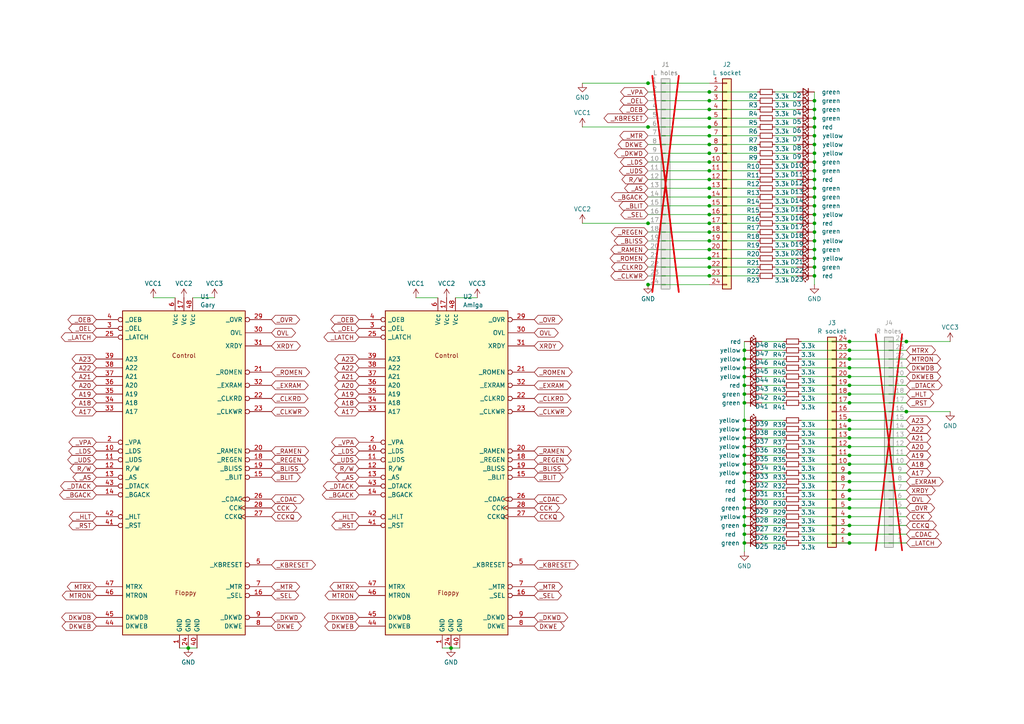
<source format=kicad_sch>
(kicad_sch (version 20231120) (generator "eeschema") (generator_version "8.0")
  (paper "A4")
  (junction (at 246.38 139.7))
  (junction (at 215.9 129.54))
  (junction (at 215.9 147.32))
  (junction (at 205.74 62.23))
  (junction (at 246.38 129.54))
  (junction (at 236.22 72.39))
  (junction (at 246.38 99.06))
  (junction (at 236.22 62.23))
  (junction (at 246.38 106.68))
  (junction (at 215.9 154.94))
  (junction (at 215.9 134.62))
  (junction (at 215.9 142.24))
  (junction (at 205.74 52.07))
  (junction (at 246.38 101.6))
  (junction (at 246.38 124.46))
  (junction (at 236.22 44.45))
  (junction (at 215.9 144.78))
  (junction (at 215.9 139.7))
  (junction (at 205.74 34.29))
  (junction (at 246.38 149.86))
  (junction (at 246.38 137.16))
  (junction (at 236.22 74.93))
  (junction (at 246.38 152.4))
  (junction (at 236.22 67.31))
  (junction (at 246.38 132.08))
  (junction (at 205.74 69.85))
  (junction (at 236.22 69.85))
  (junction (at 187.96 24.13))
  (junction (at 205.74 54.61))
  (junction (at 246.38 127))
  (junction (at 215.9 101.6))
  (junction (at 246.38 114.3))
  (junction (at 205.74 39.37))
  (junction (at 215.9 116.84))
  (junction (at 236.22 41.91))
  (junction (at 215.9 132.08))
  (junction (at 205.74 64.77))
  (junction (at 236.22 29.21))
  (junction (at 205.74 41.91))
  (junction (at 205.74 44.45))
  (junction (at 246.38 154.94))
  (junction (at 205.74 74.93))
  (junction (at 205.74 80.01))
  (junction (at 236.22 64.77))
  (junction (at 205.74 29.21))
  (junction (at 205.74 26.67))
  (junction (at 215.9 109.22))
  (junction (at 262.89 99.06))
  (junction (at 236.22 77.47))
  (junction (at 215.9 157.48))
  (junction (at 246.38 142.24))
  (junction (at 215.9 149.86))
  (junction (at 187.96 64.77))
  (junction (at 205.74 36.83))
  (junction (at 236.22 46.99))
  (junction (at 205.74 46.99))
  (junction (at 205.74 31.75))
  (junction (at 236.22 36.83))
  (junction (at 215.9 121.92))
  (junction (at 262.89 119.38))
  (junction (at 205.74 72.39))
  (junction (at 246.38 109.22))
  (junction (at 236.22 54.61))
  (junction (at 215.9 137.16))
  (junction (at 236.22 59.69))
  (junction (at 246.38 121.92))
  (junction (at 246.38 111.76))
  (junction (at 54.61 187.96))
  (junction (at 236.22 52.07))
  (junction (at 246.38 144.78))
  (junction (at 236.22 39.37))
  (junction (at 215.9 114.3))
  (junction (at 187.96 82.55))
  (junction (at 246.38 116.84))
  (junction (at 215.9 124.46))
  (junction (at 215.9 152.4))
  (junction (at 205.74 77.47))
  (junction (at 215.9 111.76))
  (junction (at 130.81 187.96))
  (junction (at 236.22 49.53))
  (junction (at 236.22 31.75))
  (junction (at 205.74 49.53))
  (junction (at 236.22 34.29))
  (junction (at 205.74 59.69))
  (junction (at 236.22 80.01))
  (junction (at 246.38 157.48))
  (junction (at 246.38 147.32))
  (junction (at 215.9 104.14))
  (junction (at 215.9 127))
  (junction (at 205.74 57.15))
  (junction (at 205.74 67.31))
  (junction (at 246.38 104.14))
  (junction (at 187.96 36.83))
  (junction (at 246.38 134.62))
  (junction (at 215.9 106.68))
  (junction (at 236.22 57.15))
  (wire (pts (xy 205.74 62.23) (xy 219.71 62.23)))
  (wire (pts (xy 231.14 26.67) (xy 224.79 26.67)))
  (wire (pts (xy 246.38 139.7) (xy 232.41 139.7)))
  (wire (pts (xy 44.45 86.36) (xy 50.8 86.36)))
  (wire (pts (xy 220.98 124.46) (xy 227.33 124.46)))
  (wire (pts (xy 187.96 77.47) (xy 205.74 77.47)))
  (wire (pts (xy 246.38 99.06) (xy 262.89 99.06)))
  (wire (pts (xy 205.74 52.07) (xy 219.71 52.07)))
  (wire (pts (xy 187.96 64.77) (xy 205.74 64.77)))
  (wire (pts (xy 246.38 99.06) (xy 232.41 99.06)))
  (wire (pts (xy 246.38 152.4) (xy 262.89 152.4)))
  (wire (pts (xy 231.14 39.37) (xy 224.79 39.37)))
  (wire (pts (xy 236.22 39.37) (xy 236.22 41.91)))
  (wire (pts (xy 187.96 69.85) (xy 205.74 69.85)))
  (wire (pts (xy 246.38 154.94) (xy 262.89 154.94)))
  (wire (pts (xy 231.14 34.29) (xy 224.79 34.29)))
  (wire (pts (xy 220.98 114.3) (xy 227.33 114.3)))
  (wire (pts (xy 205.74 74.93) (xy 219.71 74.93)))
  (wire (pts (xy 231.14 67.31) (xy 224.79 67.31)))
  (wire (pts (xy 246.38 134.62) (xy 262.89 134.62)))
  (wire (pts (xy 205.74 72.39) (xy 219.71 72.39)))
  (wire (pts (xy 220.98 132.08) (xy 227.33 132.08)))
  (wire (pts (xy 231.14 29.21) (xy 224.79 29.21)))
  (wire (pts (xy 236.22 77.47) (xy 236.22 80.01)))
  (wire (pts (xy 130.81 187.96) (xy 133.35 187.96)))
  (wire (pts (xy 215.9 154.94) (xy 215.9 157.48)))
  (wire (pts (xy 205.74 77.47) (xy 219.71 77.47)))
  (wire (pts (xy 246.38 109.22) (xy 262.89 109.22)))
  (wire (pts (xy 236.22 74.93) (xy 236.22 77.47)))
  (wire (pts (xy 215.9 121.92) (xy 215.9 124.46)))
  (wire (pts (xy 187.96 52.07) (xy 205.74 52.07)))
  (wire (pts (xy 168.91 64.77) (xy 187.96 64.77)))
  (wire (pts (xy 205.74 57.15) (xy 219.71 57.15)))
  (wire (pts (xy 205.74 49.53) (xy 219.71 49.53)))
  (wire (pts (xy 246.38 132.08) (xy 232.41 132.08)))
  (wire (pts (xy 231.14 54.61) (xy 224.79 54.61)))
  (wire (pts (xy 220.98 121.92) (xy 227.33 121.92)))
  (wire (pts (xy 168.91 24.13) (xy 187.96 24.13)))
  (wire (pts (xy 246.38 144.78) (xy 262.89 144.78)))
  (wire (pts (xy 236.22 67.31) (xy 236.22 69.85)))
  (wire (pts (xy 215.9 101.6) (xy 215.9 104.14)))
  (wire (pts (xy 246.38 121.92) (xy 232.41 121.92)))
  (wire (pts (xy 236.22 44.45) (xy 236.22 46.99)))
  (wire (pts (xy 220.98 154.94) (xy 227.33 154.94)))
  (wire (pts (xy 215.9 116.84) (xy 215.9 121.92)))
  (wire (pts (xy 215.9 106.68) (xy 215.9 109.22)))
  (wire (pts (xy 246.38 132.08) (xy 262.89 132.08)))
  (wire (pts (xy 187.96 26.67) (xy 205.74 26.67)))
  (wire (pts (xy 231.14 52.07) (xy 224.79 52.07)))
  (wire (pts (xy 187.96 24.13) (xy 205.74 24.13)))
  (wire (pts (xy 215.9 104.14) (xy 215.9 106.68)))
  (wire (pts (xy 246.38 111.76) (xy 232.41 111.76)))
  (wire (pts (xy 205.74 31.75) (xy 219.71 31.75)))
  (wire (pts (xy 236.22 72.39) (xy 236.22 74.93)))
  (wire (pts (xy 215.9 149.86) (xy 215.9 152.4)))
  (wire (pts (xy 120.65 86.36) (xy 127 86.36)))
  (wire (pts (xy 187.96 44.45) (xy 205.74 44.45)))
  (wire (pts (xy 187.96 72.39) (xy 205.74 72.39)))
  (wire (pts (xy 187.96 34.29) (xy 205.74 34.29)))
  (wire (pts (xy 246.38 124.46) (xy 232.41 124.46)))
  (wire (pts (xy 246.38 137.16) (xy 232.41 137.16)))
  (wire (pts (xy 246.38 116.84) (xy 262.89 116.84)))
  (wire (pts (xy 231.14 62.23) (xy 224.79 62.23)))
  (wire (pts (xy 205.74 80.01) (xy 219.71 80.01)))
  (wire (pts (xy 236.22 49.53) (xy 236.22 52.07)))
  (wire (pts (xy 220.98 127) (xy 227.33 127)))
  (wire (pts (xy 205.74 54.61) (xy 219.71 54.61)))
  (wire (pts (xy 215.9 109.22) (xy 215.9 111.76)))
  (wire (pts (xy 236.22 62.23) (xy 236.22 64.77)))
  (wire (pts (xy 187.96 36.83) (xy 205.74 36.83)))
  (wire (pts (xy 246.38 149.86) (xy 262.89 149.86)))
  (wire (pts (xy 236.22 59.69) (xy 236.22 62.23)))
  (wire (pts (xy 231.14 36.83) (xy 224.79 36.83)))
  (wire (pts (xy 246.38 114.3) (xy 232.41 114.3)))
  (wire (pts (xy 187.96 80.01) (xy 205.74 80.01)))
  (wire (pts (xy 215.9 142.24) (xy 215.9 144.78)))
  (wire (pts (xy 231.14 59.69) (xy 224.79 59.69)))
  (wire (pts (xy 187.96 31.75) (xy 205.74 31.75)))
  (wire (pts (xy 246.38 142.24) (xy 232.41 142.24)))
  (wire (pts (xy 246.38 152.4) (xy 232.41 152.4)))
  (wire (pts (xy 187.96 46.99) (xy 205.74 46.99)))
  (wire (pts (xy 236.22 26.67) (xy 236.22 29.21)))
  (wire (pts (xy 220.98 137.16) (xy 227.33 137.16)))
  (wire (pts (xy 220.98 109.22) (xy 227.33 109.22)))
  (wire (pts (xy 215.9 137.16) (xy 215.9 139.7)))
  (wire (pts (xy 187.96 41.91) (xy 205.74 41.91)))
  (wire (pts (xy 246.38 134.62) (xy 232.41 134.62)))
  (wire (pts (xy 246.38 147.32) (xy 262.89 147.32)))
  (wire (pts (xy 236.22 52.07) (xy 236.22 54.61)))
  (wire (pts (xy 231.14 74.93) (xy 224.79 74.93)))
  (wire (pts (xy 246.38 106.68) (xy 232.41 106.68)))
  (wire (pts (xy 215.9 152.4) (xy 215.9 154.94)))
  (wire (pts (xy 132.08 86.36) (xy 138.43 86.36)))
  (wire (pts (xy 187.96 49.53) (xy 205.74 49.53)))
  (wire (pts (xy 215.9 144.78) (xy 215.9 147.32)))
  (wire (pts (xy 246.38 129.54) (xy 232.41 129.54)))
  (wire (pts (xy 231.14 72.39) (xy 224.79 72.39)))
  (wire (pts (xy 187.96 57.15) (xy 205.74 57.15)))
  (wire (pts (xy 236.22 46.99) (xy 236.22 49.53)))
  (wire (pts (xy 54.61 187.96) (xy 57.15 187.96)))
  (wire (pts (xy 205.74 36.83) (xy 219.71 36.83)))
  (wire (pts (xy 246.38 111.76) (xy 262.89 111.76)))
  (wire (pts (xy 246.38 124.46) (xy 262.89 124.46)))
  (wire (pts (xy 236.22 54.61) (xy 236.22 57.15)))
  (wire (pts (xy 220.98 116.84) (xy 227.33 116.84)))
  (wire (pts (xy 246.38 106.68) (xy 262.89 106.68)))
  (wire (pts (xy 246.38 129.54) (xy 262.89 129.54)))
  (wire (pts (xy 246.38 142.24) (xy 262.89 142.24)))
  (wire (pts (xy 246.38 137.16) (xy 262.89 137.16)))
  (wire (pts (xy 215.9 99.06) (xy 215.9 101.6)))
  (wire (pts (xy 205.74 59.69) (xy 219.71 59.69)))
  (wire (pts (xy 246.38 157.48) (xy 232.41 157.48)))
  (wire (pts (xy 187.96 82.55) (xy 205.74 82.55)))
  (wire (pts (xy 215.9 127) (xy 215.9 129.54)))
  (wire (pts (xy 246.38 144.78) (xy 232.41 144.78)))
  (wire (pts (xy 236.22 69.85) (xy 236.22 72.39)))
  (wire (pts (xy 236.22 57.15) (xy 236.22 59.69)))
  (wire (pts (xy 205.74 39.37) (xy 219.71 39.37)))
  (wire (pts (xy 215.9 132.08) (xy 215.9 134.62)))
  (wire (pts (xy 231.14 77.47) (xy 224.79 77.47)))
  (wire (pts (xy 220.98 147.32) (xy 227.33 147.32)))
  (wire (pts (xy 236.22 34.29) (xy 236.22 36.83)))
  (wire (pts (xy 246.38 149.86) (xy 232.41 149.86)))
  (wire (pts (xy 220.98 149.86) (xy 227.33 149.86)))
  (wire (pts (xy 220.98 101.6) (xy 227.33 101.6)))
  (wire (pts (xy 231.14 31.75) (xy 224.79 31.75)))
  (wire (pts (xy 262.89 119.38) (xy 275.59 119.38)))
  (wire (pts (xy 246.38 114.3) (xy 262.89 114.3)))
  (wire (pts (xy 220.98 129.54) (xy 227.33 129.54)))
  (wire (pts (xy 220.98 139.7) (xy 227.33 139.7)))
  (wire (pts (xy 205.74 41.91) (xy 219.71 41.91)))
  (wire (pts (xy 215.9 111.76) (xy 215.9 114.3)))
  (wire (pts (xy 220.98 99.06) (xy 227.33 99.06)))
  (wire (pts (xy 231.14 69.85) (xy 224.79 69.85)))
  (wire (pts (xy 205.74 69.85) (xy 219.71 69.85)))
  (wire (pts (xy 246.38 104.14) (xy 262.89 104.14)))
  (wire (pts (xy 205.74 67.31) (xy 219.71 67.31)))
  (wire (pts (xy 220.98 157.48) (xy 227.33 157.48)))
  (wire (pts (xy 205.74 64.77) (xy 219.71 64.77)))
  (wire (pts (xy 220.98 134.62) (xy 227.33 134.62)))
  (wire (pts (xy 246.38 101.6) (xy 262.89 101.6)))
  (wire (pts (xy 246.38 127) (xy 262.89 127)))
  (wire (pts (xy 215.9 124.46) (xy 215.9 127)))
  (wire (pts (xy 246.38 101.6) (xy 232.41 101.6)))
  (wire (pts (xy 246.38 121.92) (xy 262.89 121.92)))
  (wire (pts (xy 215.9 139.7) (xy 215.9 142.24)))
  (wire (pts (xy 187.96 59.69) (xy 205.74 59.69)))
  (wire (pts (xy 236.22 80.01) (xy 236.22 82.55)))
  (wire (pts (xy 220.98 142.24) (xy 227.33 142.24)))
  (wire (pts (xy 231.14 64.77) (xy 224.79 64.77)))
  (wire (pts (xy 128.27 187.96) (xy 130.81 187.96)))
  (wire (pts (xy 220.98 144.78) (xy 227.33 144.78)))
  (wire (pts (xy 215.9 147.32) (xy 215.9 149.86)))
  (wire (pts (xy 205.74 29.21) (xy 219.71 29.21)))
  (wire (pts (xy 215.9 129.54) (xy 215.9 132.08)))
  (wire (pts (xy 215.9 157.48) (xy 215.9 160.02)))
  (wire (pts (xy 187.96 74.93) (xy 205.74 74.93)))
  (wire (pts (xy 231.14 41.91) (xy 224.79 41.91)))
  (wire (pts (xy 231.14 44.45) (xy 224.79 44.45)))
  (wire (pts (xy 52.07 187.96) (xy 54.61 187.96)))
  (wire (pts (xy 215.9 114.3) (xy 215.9 116.84)))
  (wire (pts (xy 231.14 80.01) (xy 224.79 80.01)))
  (wire (pts (xy 168.91 36.83) (xy 187.96 36.83)))
  (wire (pts (xy 246.38 154.94) (xy 232.41 154.94)))
  (wire (pts (xy 246.38 157.48) (xy 262.89 157.48)))
  (wire (pts (xy 187.96 54.61) (xy 205.74 54.61)))
  (wire (pts (xy 236.22 41.91) (xy 236.22 44.45)))
  (wire (pts (xy 55.88 86.36) (xy 62.23 86.36)))
  (wire (pts (xy 205.74 26.67) (xy 219.71 26.67)))
  (wire (pts (xy 236.22 29.21) (xy 236.22 31.75)))
  (wire (pts (xy 246.38 109.22) (xy 232.41 109.22)))
  (wire (pts (xy 220.98 106.68) (xy 227.33 106.68)))
  (wire (pts (xy 236.22 31.75) (xy 236.22 34.29)))
  (wire (pts (xy 231.14 57.15) (xy 224.79 57.15)))
  (wire (pts (xy 205.74 46.99) (xy 219.71 46.99)))
  (wire (pts (xy 187.96 67.31) (xy 205.74 67.31)))
  (wire (pts (xy 215.9 134.62) (xy 215.9 137.16)))
  (wire (pts (xy 231.14 49.53) (xy 224.79 49.53)))
  (wire (pts (xy 187.96 39.37) (xy 205.74 39.37)))
  (wire (pts (xy 220.98 111.76) (xy 227.33 111.76)))
  (wire (pts (xy 246.38 119.38) (xy 262.89 119.38)))
  (wire (pts (xy 205.74 44.45) (xy 219.71 44.45)))
  (wire (pts (xy 205.74 34.29) (xy 219.71 34.29)))
  (wire (pts (xy 187.96 62.23) (xy 205.74 62.23)))
  (wire (pts (xy 275.59 99.06) (xy 262.89 99.06)))
  (wire (pts (xy 231.14 46.99) (xy 224.79 46.99)))
  (wire (pts (xy 246.38 104.14) (xy 232.41 104.14)))
  (wire (pts (xy 187.96 29.21) (xy 205.74 29.21)))
  (wire (pts (xy 246.38 147.32) (xy 232.41 147.32)))
  (wire (pts (xy 246.38 127) (xy 232.41 127)))
  (wire (pts (xy 246.38 139.7) (xy 262.89 139.7)))
  (wire (pts (xy 236.22 36.83) (xy 236.22 39.37)))
  (wire (pts (xy 246.38 116.84) (xy 232.41 116.84)))
  (wire (pts (xy 220.98 152.4) (xy 227.33 152.4)))
  (wire (pts (xy 220.98 104.14) (xy 227.33 104.14)))
  (wire (pts (xy 236.22 64.77) (xy 236.22 67.31)))
  (global_label "A19" (shape bidirectional) (at 104.14 114.3 180) (property "Intersheetrefs" "${INTERSHEET_REFS}" (effects (hide yes))))
  (global_label "A21" (shape bidirectional) (at 104.14 109.22 180) (property "Intersheetrefs" "${INTERSHEET_REFS}" (effects (hide yes))))
  (global_label "_BGACK" (shape bidirectional) (at 104.14 143.51 180) (property "Intersheetrefs" "${INTERSHEET_REFS}" (effects (hide yes))))
  (global_label "_OEB" (shape bidirectional) (at 187.96 31.75 180) (property "Intersheetrefs" "${INTERSHEET_REFS}" (effects (hide yes))))
  (global_label "CCK" (shape bidirectional) (at 154.94 147.32 0) (property "Intersheetrefs" "${INTERSHEET_REFS}" (effects (hide yes))))
  (global_label "_REGEN" (shape bidirectional) (at 187.96 67.31 180) (property "Intersheetrefs" "${INTERSHEET_REFS}" (effects (hide yes))))
  (global_label "_REGEN" (shape bidirectional) (at 78.74 133.35 0) (property "Intersheetrefs" "${INTERSHEET_REFS}" (effects (hide yes))))
  (global_label "_SEL" (shape bidirectional) (at 154.94 172.72 0) (property "Intersheetrefs" "${INTERSHEET_REFS}" (effects (hide yes))))
  (global_label "_RST" (shape bidirectional) (at 262.89 116.84 0) (property "Intersheetrefs" "${INTERSHEET_REFS}" (effects (hide yes))))
  (global_label "A17" (shape bidirectional) (at 27.94 119.38 180) (property "Intersheetrefs" "${INTERSHEET_REFS}" (effects (hide yes))))
  (global_label "_SEL" (shape bidirectional) (at 78.74 172.72 0) (property "Intersheetrefs" "${INTERSHEET_REFS}" (effects (hide yes))))
  (global_label "_CLKRD" (shape bidirectional) (at 187.96 77.47 180) (property "Intersheetrefs" "${INTERSHEET_REFS}" (effects (hide yes))))
  (global_label "_EXRAM" (shape bidirectional) (at 154.94 111.76 0) (property "Intersheetrefs" "${INTERSHEET_REFS}" (effects (hide yes))))
  (global_label "_SEL" (shape bidirectional) (at 187.96 62.23 180) (property "Intersheetrefs" "${INTERSHEET_REFS}" (effects (hide yes))))
  (global_label "_DKWD" (shape bidirectional) (at 154.94 179.07 0) (property "Intersheetrefs" "${INTERSHEET_REFS}" (effects (hide yes))))
  (global_label "MTRX" (shape bidirectional) (at 262.89 101.6 0) (property "Intersheetrefs" "${INTERSHEET_REFS}" (effects (hide yes))))
  (global_label "_AS" (shape bidirectional) (at 27.94 138.43 180) (property "Intersheetrefs" "${INTERSHEET_REFS}" (effects (hide yes))))
  (global_label "A18" (shape bidirectional) (at 27.94 116.84 180) (property "Intersheetrefs" "${INTERSHEET_REFS}" (effects (hide yes))))
  (global_label "_BLIT" (shape bidirectional) (at 78.74 138.43 0) (property "Intersheetrefs" "${INTERSHEET_REFS}" (effects (hide yes))))
  (global_label "_CLKWR" (shape bidirectional) (at 78.74 119.38 0) (property "Intersheetrefs" "${INTERSHEET_REFS}" (effects (hide yes))))
  (global_label "_LATCH" (shape bidirectional) (at 27.94 97.79 180) (property "Intersheetrefs" "${INTERSHEET_REFS}" (effects (hide yes))))
  (global_label "A22" (shape bidirectional) (at 104.14 106.68 180) (property "Intersheetrefs" "${INTERSHEET_REFS}" (effects (hide yes))))
  (global_label "_DTACK" (shape bidirectional) (at 262.89 111.76 0) (property "Intersheetrefs" "${INTERSHEET_REFS}" (effects (hide yes))))
  (global_label "A23" (shape bidirectional) (at 104.14 104.14 180) (property "Intersheetrefs" "${INTERSHEET_REFS}" (effects (hide yes))))
  (global_label "DKWE" (shape bidirectional) (at 154.94 181.61 0) (property "Intersheetrefs" "${INTERSHEET_REFS}" (effects (hide yes))))
  (global_label "DKWEB" (shape bidirectional) (at 104.14 181.61 180) (property "Intersheetrefs" "${INTERSHEET_REFS}" (effects (hide yes))))
  (global_label "MTRX" (shape bidirectional) (at 104.14 170.18 180) (property "Intersheetrefs" "${INTERSHEET_REFS}" (effects (hide yes))))
  (global_label "A17" (shape bidirectional) (at 104.14 119.38 180) (property "Intersheetrefs" "${INTERSHEET_REFS}" (effects (hide yes))))
  (global_label "DKWDB" (shape bidirectional) (at 104.14 179.07 180) (property "Intersheetrefs" "${INTERSHEET_REFS}" (effects (hide yes))))
  (global_label "_MTR" (shape bidirectional) (at 78.74 170.18 0) (property "Intersheetrefs" "${INTERSHEET_REFS}" (effects (hide yes))))
  (global_label "MTRON" (shape bidirectional) (at 104.14 172.72 180) (property "Intersheetrefs" "${INTERSHEET_REFS}" (effects (hide yes))))
  (global_label "CCK" (shape bidirectional) (at 262.89 149.86 0) (property "Intersheetrefs" "${INTERSHEET_REFS}" (effects (hide yes))))
  (global_label "A23" (shape bidirectional) (at 27.94 104.14 180) (property "Intersheetrefs" "${INTERSHEET_REFS}" (effects (hide yes))))
  (global_label "OVL" (shape bidirectional) (at 78.74 96.52 0) (property "Intersheetrefs" "${INTERSHEET_REFS}" (effects (hide yes))))
  (global_label "_OEB" (shape bidirectional) (at 104.14 92.71 180) (property "Intersheetrefs" "${INTERSHEET_REFS}" (effects (hide yes))))
  (global_label "_REGEN" (shape bidirectional) (at 154.94 133.35 0) (property "Intersheetrefs" "${INTERSHEET_REFS}" (effects (hide yes))))
  (global_label "_ROMEN" (shape bidirectional) (at 187.96 74.93 180) (property "Intersheetrefs" "${INTERSHEET_REFS}" (effects (hide yes))))
  (global_label "_RAMEN" (shape bidirectional) (at 78.74 130.81 0) (property "Intersheetrefs" "${INTERSHEET_REFS}" (effects (hide yes))))
  (global_label "_OEL" (shape bidirectional) (at 187.96 29.21 180) (property "Intersheetrefs" "${INTERSHEET_REFS}" (effects (hide yes))))
  (global_label "DKWDB" (shape bidirectional) (at 27.94 179.07 180) (property "Intersheetrefs" "${INTERSHEET_REFS}" (effects (hide yes))))
  (global_label "_VPA" (shape bidirectional) (at 187.96 26.67 180) (property "Intersheetrefs" "${INTERSHEET_REFS}" (effects (hide yes))))
  (global_label "XRDY" (shape bidirectional) (at 154.94 100.33 0) (property "Intersheetrefs" "${INTERSHEET_REFS}" (effects (hide yes))))
  (global_label "_LATCH" (shape bidirectional) (at 262.89 157.48 0) (property "Intersheetrefs" "${INTERSHEET_REFS}" (effects (hide yes))))
  (global_label "_OVR" (shape bidirectional) (at 262.89 147.32 0) (property "Intersheetrefs" "${INTERSHEET_REFS}" (effects (hide yes))))
  (global_label "A19" (shape bidirectional) (at 262.89 132.08 0) (property "Intersheetrefs" "${INTERSHEET_REFS}" (effects (hide yes))))
  (global_label "_KBRESET" (shape bidirectional) (at 154.94 163.83 0) (property "Intersheetrefs" "${INTERSHEET_REFS}" (effects (hide yes))))
  (global_label "_BLIT" (shape bidirectional) (at 187.96 59.69 180) (property "Intersheetrefs" "${INTERSHEET_REFS}" (effects (hide yes))))
  (global_label "_KBRESET" (shape bidirectional) (at 78.74 163.83 0) (property "Intersheetrefs" "${INTERSHEET_REFS}" (effects (hide yes))))
  (global_label "DKWEB" (shape bidirectional) (at 262.89 109.22 0) (property "Intersheetrefs" "${INTERSHEET_REFS}" (effects (hide yes))))
  (global_label "_AS" (shape bidirectional) (at 187.96 54.61 180) (property "Intersheetrefs" "${INTERSHEET_REFS}" (effects (hide yes))))
  (global_label "MTRX" (shape bidirectional) (at 27.94 170.18 180) (property "Intersheetrefs" "${INTERSHEET_REFS}" (effects (hide yes))))
  (global_label "A20" (shape bidirectional) (at 262.89 129.54 0) (property "Intersheetrefs" "${INTERSHEET_REFS}" (effects (hide yes))))
  (global_label "_DTACK" (shape bidirectional) (at 27.94 140.97 180) (property "Intersheetrefs" "${INTERSHEET_REFS}" (effects (hide yes))))
  (global_label "_CLKWR" (shape bidirectional) (at 187.96 80.01 180) (property "Intersheetrefs" "${INTERSHEET_REFS}" (effects (hide yes))))
  (global_label "MTRON" (shape bidirectional) (at 27.94 172.72 180) (property "Intersheetrefs" "${INTERSHEET_REFS}" (effects (hide yes))))
  (global_label "_RST" (shape bidirectional) (at 104.14 152.4 180) (property "Intersheetrefs" "${INTERSHEET_REFS}" (effects (hide yes))))
  (global_label "_KBRESET" (shape bidirectional) (at 187.96 34.29 180) (property "Intersheetrefs" "${INTERSHEET_REFS}" (effects (hide yes))))
  (global_label "_BLIT" (shape bidirectional) (at 154.94 138.43 0) (property "Intersheetrefs" "${INTERSHEET_REFS}" (effects (hide yes))))
  (global_label "_DKWD" (shape bidirectional) (at 78.74 179.07 0) (property "Intersheetrefs" "${INTERSHEET_REFS}" (effects (hide yes))))
  (global_label "A17" (shape bidirectional) (at 262.89 137.16 0) (property "Intersheetrefs" "${INTERSHEET_REFS}" (effects (hide yes))))
  (global_label "A22" (shape bidirectional) (at 262.89 124.46 0) (property "Intersheetrefs" "${INTERSHEET_REFS}" (effects (hide yes))))
  (global_label "CCKQ" (shape bidirectional) (at 262.89 152.4 0) (property "Intersheetrefs" "${INTERSHEET_REFS}" (effects (hide yes))))
  (global_label "_HLT" (shape bidirectional) (at 262.89 114.3 0) (property "Intersheetrefs" "${INTERSHEET_REFS}" (effects (hide yes))))
  (global_label "_LDS" (shape bidirectional) (at 27.94 130.81 180) (property "Intersheetrefs" "${INTERSHEET_REFS}" (effects (hide yes))))
  (global_label "_EXRAM" (shape bidirectional) (at 78.74 111.76 0) (property "Intersheetrefs" "${INTERSHEET_REFS}" (effects (hide yes))))
  (global_label "_HLT" (shape bidirectional) (at 27.94 149.86 180) (property "Intersheetrefs" "${INTERSHEET_REFS}" (effects (hide yes))))
  (global_label "_OEB" (shape bidirectional) (at 27.94 92.71 180) (property "Intersheetrefs" "${INTERSHEET_REFS}" (effects (hide yes))))
  (global_label "A18" (shape bidirectional) (at 262.89 134.62 0) (property "Intersheetrefs" "${INTERSHEET_REFS}" (effects (hide yes))))
  (global_label "_HLT" (shape bidirectional) (at 104.14 149.86 180) (property "Intersheetrefs" "${INTERSHEET_REFS}" (effects (hide yes))))
  (global_label "_CDAC" (shape bidirectional) (at 262.89 154.94 0) (property "Intersheetrefs" "${INTERSHEET_REFS}" (effects (hide yes))))
  (global_label "_BLISS" (shape bidirectional) (at 154.94 135.89 0) (property "Intersheetrefs" "${INTERSHEET_REFS}" (effects (hide yes))))
  (global_label "DKWDB" (shape bidirectional) (at 262.89 106.68 0) (property "Intersheetrefs" "${INTERSHEET_REFS}" (effects (hide yes))))
  (global_label "_ROMEN" (shape bidirectional) (at 154.94 107.95 0) (property "Intersheetrefs" "${INTERSHEET_REFS}" (effects (hide yes))))
  (global_label "OVL" (shape bidirectional) (at 262.89 144.78 0) (property "Intersheetrefs" "${INTERSHEET_REFS}" (effects (hide yes))))
  (global_label "_BGACK" (shape bidirectional) (at 187.96 57.15 180) (property "Intersheetrefs" "${INTERSHEET_REFS}" (effects (hide yes))))
  (global_label "R{slash}W" (shape bidirectional) (at 104.14 135.89 180) (property "Intersheetrefs" "${INTERSHEET_REFS}" (effects (hide yes))))
  (global_label "XRDY" (shape bidirectional) (at 78.74 100.33 0) (property "Intersheetrefs" "${INTERSHEET_REFS}" (effects (hide yes))))
  (global_label "A19" (shape bidirectional) (at 27.94 114.3 180) (property "Intersheetrefs" "${INTERSHEET_REFS}" (effects (hide yes))))
  (global_label "_BLISS" (shape bidirectional) (at 187.96 69.85 180) (property "Intersheetrefs" "${INTERSHEET_REFS}" (effects (hide yes))))
  (global_label "A20" (shape bidirectional) (at 104.14 111.76 180) (property "Intersheetrefs" "${INTERSHEET_REFS}" (effects (hide yes))))
  (global_label "DKWE" (shape bidirectional) (at 187.96 41.91 180) (property "Intersheetrefs" "${INTERSHEET_REFS}" (effects (hide yes))))
  (global_label "_VPA" (shape bidirectional) (at 104.14 128.27 180) (property "Intersheetrefs" "${INTERSHEET_REFS}" (effects (hide yes))))
  (global_label "A23" (shape bidirectional) (at 262.89 121.92 0) (property "Intersheetrefs" "${INTERSHEET_REFS}" (effects (hide yes))))
  (global_label "_ROMEN" (shape bidirectional) (at 78.74 107.95 0) (property "Intersheetrefs" "${INTERSHEET_REFS}" (effects (hide yes))))
  (global_label "_DTACK" (shape bidirectional) (at 104.14 140.97 180) (property "Intersheetrefs" "${INTERSHEET_REFS}" (effects (hide yes))))
  (global_label "_VPA" (shape bidirectional) (at 27.94 128.27 180) (property "Intersheetrefs" "${INTERSHEET_REFS}" (effects (hide yes))))
  (global_label "_MTR" (shape bidirectional) (at 187.96 39.37 180) (property "Intersheetrefs" "${INTERSHEET_REFS}" (effects (hide yes))))
  (global_label "_OEL" (shape bidirectional) (at 27.94 95.25 180) (property "Intersheetrefs" "${INTERSHEET_REFS}" (effects (hide yes))))
  (global_label "_CLKRD" (shape bidirectional) (at 154.94 115.57 0) (property "Intersheetrefs" "${INTERSHEET_REFS}" (effects (hide yes))))
  (global_label "XRDY" (shape bidirectional) (at 262.89 142.24 0) (property "Intersheetrefs" "${INTERSHEET_REFS}" (effects (hide yes))))
  (global_label "A22" (shape bidirectional) (at 27.94 106.68 180) (property "Intersheetrefs" "${INTERSHEET_REFS}" (effects (hide yes))))
  (global_label "CCKQ" (shape bidirectional) (at 154.94 149.86 0) (property "Intersheetrefs" "${INTERSHEET_REFS}" (effects (hide yes))))
  (global_label "_AS" (shape bidirectional) (at 104.14 138.43 180) (property "Intersheetrefs" "${INTERSHEET_REFS}" (effects (hide yes))))
  (global_label "DKWEB" (shape bidirectional) (at 27.94 181.61 180) (property "Intersheetrefs" "${INTERSHEET_REFS}" (effects (hide yes))))
  (global_label "_UDS" (shape bidirectional) (at 27.94 133.35 180) (property "Intersheetrefs" "${INTERSHEET_REFS}" (effects (hide yes))))
  (global_label "_CLKRD" (shape bidirectional) (at 78.74 115.57 0) (property "Intersheetrefs" "${INTERSHEET_REFS}" (effects (hide yes))))
  (global_label "OVL" (shape bidirectional) (at 154.94 96.52 0) (property "Intersheetrefs" "${INTERSHEET_REFS}" (effects (hide yes))))
  (global_label "_CDAC" (shape bidirectional) (at 154.94 144.78 0) (property "Intersheetrefs" "${INTERSHEET_REFS}" (effects (hide yes))))
  (global_label "_UDS" (shape bidirectional) (at 187.96 49.53 180) (property "Intersheetrefs" "${INTERSHEET_REFS}" (effects (hide yes))))
  (global_label "CCK" (shape bidirectional) (at 78.74 147.32 0) (property "Intersheetrefs" "${INTERSHEET_REFS}" (effects (hide yes))))
  (global_label "MTRON" (shape bidirectional) (at 262.89 104.14 0) (property "Intersheetrefs" "${INTERSHEET_REFS}" (effects (hide yes))))
  (global_label "_LATCH" (shape bidirectional) (at 104.14 97.79 180) (property "Intersheetrefs" "${INTERSHEET_REFS}" (effects (hide yes))))
  (global_label "_EXRAM" (shape bidirectional) (at 262.89 139.7 0) (property "Intersheetrefs" "${INTERSHEET_REFS}" (effects (hide yes))))
  (global_label "A21" (shape bidirectional) (at 262.89 127 0) (property "Intersheetrefs" "${INTERSHEET_REFS}" (effects (hide yes))))
  (global_label "_UDS" (shape bidirectional) (at 104.14 133.35 180) (property "Intersheetrefs" "${INTERSHEET_REFS}" (effects (hide yes))))
  (global_label "_MTR" (shape bidirectional) (at 154.94 170.18 0) (property "Intersheetrefs" "${INTERSHEET_REFS}" (effects (hide yes))))
  (global_label "_OVR" (shape bidirectional) (at 154.94 92.71 0) (property "Intersheetrefs" "${INTERSHEET_REFS}" (effects (hide yes))))
  (global_label "CCKQ" (shape bidirectional) (at 78.74 149.86 0) (property "Intersheetrefs" "${INTERSHEET_REFS}" (effects (hide yes))))
  (global_label "R{slash}W" (shape bidirectional) (at 187.96 52.07 180) (property "Intersheetrefs" "${INTERSHEET_REFS}" (effects (hide yes))))
  (global_label "DKWE" (shape bidirectional) (at 78.74 181.61 0) (property "Intersheetrefs" "${INTERSHEET_REFS}" (effects (hide yes))))
  (global_label "A21" (shape bidirectional) (at 27.94 109.22 180) (property "Intersheetrefs" "${INTERSHEET_REFS}" (effects (hide yes))))
  (global_label "_OVR" (shape bidirectional) (at 78.74 92.71 0) (property "Intersheetrefs" "${INTERSHEET_REFS}" (effects (hide yes))))
  (global_label "_BLISS" (shape bidirectional) (at 78.74 135.89 0) (property "Intersheetrefs" "${INTERSHEET_REFS}" (effects (hide yes))))
  (global_label "A18" (shape bidirectional) (at 104.14 116.84 180) (property "Intersheetrefs" "${INTERSHEET_REFS}" (effects (hide yes))))
  (global_label "_BGACK" (shape bidirectional) (at 27.94 143.51 180) (property "Intersheetrefs" "${INTERSHEET_REFS}" (effects (hide yes))))
  (global_label "_RST" (shape bidirectional) (at 27.94 152.4 180) (property "Intersheetrefs" "${INTERSHEET_REFS}" (effects (hide yes))))
  (global_label "A20" (shape bidirectional) (at 27.94 111.76 180) (property "Intersheetrefs" "${INTERSHEET_REFS}" (effects (hide yes))))
  (global_label "_RAMEN" (shape bidirectional) (at 154.94 130.81 0) (property "Intersheetrefs" "${INTERSHEET_REFS}" (effects (hide yes))))
  (global_label "_RAMEN" (shape bidirectional) (at 187.96 72.39 180) (property "Intersheetrefs" "${INTERSHEET_REFS}" (effects (hide yes))))
  (global_label "_OEL" (shape bidirectional) (at 104.14 95.25 180) (property "Intersheetrefs" "${INTERSHEET_REFS}" (effects (hide yes))))
  (global_label "R{slash}W" (shape bidirectional) (at 27.94 135.89 180) (property "Intersheetrefs" "${INTERSHEET_REFS}" (effects (hide yes))))
  (global_label "_CLKWR" (shape bidirectional) (at 154.94 119.38 0) (property "Intersheetrefs" "${INTERSHEET_REFS}" (effects (hide yes))))
  (global_label "_DKWD" (shape bidirectional) (at 187.96 44.45 180) (property "Intersheetrefs" "${INTERSHEET_REFS}" (effects (hide yes))))
  (global_label "_LDS" (shape bidirectional) (at 187.96 46.99 180) (property "Intersheetrefs" "${INTERSHEET_REFS}" (effects (hide yes))))
  (global_label "_CDAC" (shape bidirectional) (at 78.74 144.78 0) (property "Intersheetrefs" "${INTERSHEET_REFS}" (effects (hide yes))))
  (global_label "_LDS" (shape bidirectional) (at 104.14 130.81 180) (property "Intersheetrefs" "${INTERSHEET_REFS}" (effects (hide yes))))
  (symbol (lib_id "Device:LED_Small") (at 233.68 31.75 180) (unit 1)
    (property "Reference" "D4" (at 231.14 32.766 0))
    (property "Value" "green" (at 241.046 31.75 0))
    (property "Footprint" "LED_SMD:LED_0805_2012Metric_Pad1.15x1.40mm_HandSolder" (effects (hide yes)))
    (property "Description" "Light emitting diode, small symbol" (effects (hide yes)))
    (property "JLCPCB" "C2297" (effects (hide yes)))
  )
  (symbol (lib_id "Device:R_Small") (at 229.87 137.16 90) (unit 1)
    (property "Reference" "R33" (at 226.06 138.43 90))
    (property "Value" "3.3k" (at 234.442 138.43 90))
    (property "Footprint" "Resistor_SMD:R_0603_1608Metric_Pad0.98x0.95mm_HandSolder" (effects (hide yes)))
    (property "Description" "Resistor, small symbol" (effects (hide yes)))
    (property "JLCPCB" "C22978" (effects (hide yes)))
  )
  (symbol (lib_id "Device:R_Small") (at 222.25 49.53 90) (unit 1)
    (property "Reference" "R11" (at 218.44 50.8 90))
    (property "Value" "3.3k" (at 226.822 50.8 90))
    (property "Footprint" "Resistor_SMD:R_0603_1608Metric_Pad0.98x0.95mm_HandSolder" (effects (hide yes)))
    (property "Description" "Resistor, small symbol" (effects (hide yes)))
    (property "JLCPCB" "C22978" (effects (hide yes)))
  )
  (symbol (lib_id "Device:R_Small") (at 229.87 152.4 90) (unit 1)
    (property "Reference" "R27" (at 226.06 153.67 90))
    (property "Value" "3.3k" (at 234.442 153.67 90))
    (property "Footprint" "Resistor_SMD:R_0603_1608Metric_Pad0.98x0.95mm_HandSolder" (effects (hide yes)))
    (property "Description" "Resistor, small symbol" (effects (hide yes)))
    (property "JLCPCB" "C22978" (effects (hide yes)))
  )
  (symbol (lib_id "Device:LED_Small") (at 218.44 137.16 0) (unit 1)
    (property "Reference" "D33" (at 220.98 138.176 0))
    (property "Value" "yellow" (at 211.582 137.16 0))
    (property "Footprint" "LED_SMD:LED_0805_2012Metric_Pad1.15x1.40mm_HandSolder" (effects (hide yes)))
    (property "Description" "Light emitting diode, small symbol" (effects (hide yes)))
    (property "JLCPCB" "C2296" (effects (hide yes)))
  )
  (symbol (lib_id "Device:R_Small") (at 222.25 34.29 90) (unit 1)
    (property "Reference" "R5" (at 218.44 35.56 90))
    (property "Value" "3.3k" (at 226.822 35.56 90))
    (property "Footprint" "Resistor_SMD:R_0603_1608Metric_Pad0.98x0.95mm_HandSolder" (effects (hide yes)))
    (property "Description" "Resistor, small symbol" (effects (hide yes)))
    (property "JLCPCB" "C22978" (effects (hide yes)))
  )
  (symbol (lib_id "Device:LED_Small") (at 233.68 49.53 180) (unit 1)
    (property "Reference" "D11" (at 231.14 50.546 0))
    (property "Value" "green" (at 241.046 49.53 0))
    (property "Footprint" "LED_SMD:LED_0805_2012Metric_Pad1.15x1.40mm_HandSolder" (effects (hide yes)))
    (property "Description" "Light emitting diode, small symbol" (effects (hide yes)))
    (property "JLCPCB" "C2297" (effects (hide yes)))
  )
  (symbol (lib_id "Device:R_Small") (at 222.25 29.21 90) (unit 1)
    (property "Reference" "R3" (at 218.44 30.48 90))
    (property "Value" "3.3k" (at 226.822 30.48 90))
    (property "Footprint" "Resistor_SMD:R_0603_1608Metric_Pad0.98x0.95mm_HandSolder" (effects (hide yes)))
    (property "Description" "Resistor, small symbol" (effects (hide yes)))
    (property "JLCPCB" "C22978" (effects (hide yes)))
  )
  (symbol (lib_id "Amiga_Custom_Chips:Gary") (at 53.34 137.16 0) (unit 1)
    (property "Reference" "U1" (at 58.0741 86.0255 0) (effects (justify left)))
    (property "Value" "Gary" (at 58.0741 88.4498 0) (effects (justify left)))
    (property "Footprint" "Package_DIP:DIP-48_W15.24mm_Socket_LongPads" (effects (hide yes)))
    (property "Description" "A500 timing belt" (effects (hide yes)))
    (property "LCSC" "C72120" (effects (hide yes)))
  )
  (symbol (lib_id "Device:R_Small") (at 229.87 106.68 90) (unit 1)
    (property "Reference" "R45" (at 226.06 107.95 90))
    (property "Value" "3.3k" (at 234.442 107.95 90))
    (property "Footprint" "Resistor_SMD:R_0603_1608Metric_Pad0.98x0.95mm_HandSolder" (effects (hide yes)))
    (property "Description" "Resistor, small symbol" (effects (hide yes)))
    (property "JLCPCB" "C22978" (effects (hide yes)))
  )
  (symbol (lib_id "Device:LED_Small") (at 218.44 132.08 0) (unit 1)
    (property "Reference" "D35" (at 220.98 133.096 0))
    (property "Value" "yellow" (at 211.582 132.08 0))
    (property "Footprint" "LED_SMD:LED_0805_2012Metric_Pad1.15x1.40mm_HandSolder" (effects (hide yes)))
    (property "Description" "Light emitting diode, small symbol" (effects (hide yes)))
    (property "JLCPCB" "C2296" (effects (hide yes)))
  )
  (symbol (lib_name "Conn_01x24_1") (lib_id "Connector_Generic:Conn_01x24") (at 257.81 129.54 180) (unit 1) (dnp yes)
    (property "Reference" "J4" (at 257.81 93.6455 0))
    (property "Value" "R holes" (at 257.81 96.0698 0))
    (property "Footprint" "Connector_PinHeader_2.54mm:PinHeader_1x24_P2.54mm_Vertical" (effects (hide yes)))
    (property "Description" "Generic connector, single row, 01x24, script generated (kicad-library-utils/schlib/autogen/connector/)" (effects (hide yes)))
  )
  (symbol (lib_id "Device:LED_Small") (at 218.44 106.68 0) (unit 1)
    (property "Reference" "D45" (at 220.98 107.696 0))
    (property "Value" "yellow" (at 211.836 106.68 0))
    (property "Footprint" "LED_SMD:LED_0805_2012Metric_Pad1.15x1.40mm_HandSolder" (effects (hide yes)))
    (property "Description" "Light emitting diode, small symbol" (effects (hide yes)))
    (property "JLCPCB" "C2296" (effects (hide yes)))
  )
  (symbol (lib_id "Device:LED_Small") (at 233.68 39.37 180) (unit 1)
    (property "Reference" "D7" (at 231.14 40.386 0))
    (property "Value" "yellow" (at 241.554 39.37 0))
    (property "Footprint" "LED_SMD:LED_0805_2012Metric_Pad1.15x1.40mm_HandSolder" (effects (hide yes)))
    (property "Description" "Light emitting diode, small symbol" (effects (hide yes)))
    (property "JLCPCB" "C2296" (effects (hide yes)))
  )
  (symbol (lib_id "Device:R_Small") (at 229.87 101.6 90) (unit 1)
    (property "Reference" "R47" (at 226.06 102.87 90))
    (property "Value" "3.3k" (at 234.442 102.87 90))
    (property "Footprint" "Resistor_SMD:R_0603_1608Metric_Pad0.98x0.95mm_HandSolder" (effects (hide yes)))
    (property "Description" "Resistor, small symbol" (effects (hide yes)))
    (property "JLCPCB" "C22978" (effects (hide yes)))
  )
  (symbol (lib_id "Device:LED_Small") (at 233.68 57.15 180) (unit 1)
    (property "Reference" "D14" (at 231.14 58.166 0))
    (property "Value" "green" (at 241.046 57.15 0))
    (property "Footprint" "LED_SMD:LED_0805_2012Metric_Pad1.15x1.40mm_HandSolder" (effects (hide yes)))
    (property "Description" "Light emitting diode, small symbol" (effects (hide yes)))
    (property "JLCPCB" "C2297" (effects (hide yes)))
  )
  (symbol (lib_id "Device:R_Small") (at 222.25 67.31 90) (unit 1)
    (property "Reference" "R18" (at 218.44 68.58 90))
    (property "Value" "3.3k" (at 226.822 68.58 90))
    (property "Footprint" "Resistor_SMD:R_0603_1608Metric_Pad0.98x0.95mm_HandSolder" (effects (hide yes)))
    (property "Description" "Resistor, small symbol" (effects (hide yes)))
    (property "JLCPCB" "C22978" (effects (hide yes)))
  )
  (symbol (lib_id "Device:R_Small") (at 222.25 46.99 90) (unit 1)
    (property "Reference" "R10" (at 218.44 48.26 90))
    (property "Value" "3.3k" (at 226.822 48.26 90))
    (property "Footprint" "Resistor_SMD:R_0603_1608Metric_Pad0.98x0.95mm_HandSolder" (effects (hide yes)))
    (property "Description" "Resistor, small symbol" (effects (hide yes)))
    (property "JLCPCB" "C22978" (effects (hide yes)))
  )
  (symbol (lib_id "Device:R_Small") (at 229.87 154.94 90) (unit 1)
    (property "Reference" "R26" (at 226.06 156.21 90))
    (property "Value" "3.3k" (at 234.442 156.21 90))
    (property "Footprint" "Resistor_SMD:R_0603_1608Metric_Pad0.98x0.95mm_HandSolder" (effects (hide yes)))
    (property "Description" "Resistor, small symbol" (effects (hide yes)))
    (property "JLCPCB" "C22978" (effects (hide yes)))
  )
  (symbol (lib_id "Device:LED_Small") (at 233.68 69.85 180) (unit 1)
    (property "Reference" "D19" (at 231.14 70.866 0))
    (property "Value" "yellow" (at 241.554 69.85 0))
    (property "Footprint" "LED_SMD:LED_0805_2012Metric_Pad1.15x1.40mm_HandSolder" (effects (hide yes)))
    (property "Description" "Light emitting diode, small symbol" (effects (hide yes)))
    (property "JLCPCB" "C2296" (effects (hide yes)))
  )
  (symbol (lib_id "power:VCC") (at 168.91 64.77 0) (unit 1)
    (property "Reference" "#PWR07" (effects (hide yes)))
    (property "Value" "VCC2" (at 168.91 60.6369 0))
    (property "Description" "Power symbol creates a global label with name \"VCC\"" (effects (hide yes)))
  )
  (symbol (lib_id "Device:R_Small") (at 229.87 111.76 90) (unit 1)
    (property "Reference" "R43" (at 226.06 113.03 90))
    (property "Value" "3.3k" (at 234.442 113.03 90))
    (property "Footprint" "Resistor_SMD:R_0603_1608Metric_Pad0.98x0.95mm_HandSolder" (effects (hide yes)))
    (property "Description" "Resistor, small symbol" (effects (hide yes)))
    (property "JLCPCB" "C22978" (effects (hide yes)))
  )
  (symbol (lib_id "Device:R_Small") (at 222.25 39.37 90) (unit 1)
    (property "Reference" "R7" (at 218.44 40.64 90))
    (property "Value" "3.3k" (at 226.822 40.64 90))
    (property "Footprint" "Resistor_SMD:R_0603_1608Metric_Pad0.98x0.95mm_HandSolder" (effects (hide yes)))
    (property "Description" "Resistor, small symbol" (effects (hide yes)))
    (property "JLCPCB" "C22978" (effects (hide yes)))
  )
  (symbol (lib_id "Device:R_Small") (at 229.87 132.08 90) (unit 1)
    (property "Reference" "R35" (at 226.06 133.35 90))
    (property "Value" "3.3k" (at 234.442 133.35 90))
    (property "Footprint" "Resistor_SMD:R_0603_1608Metric_Pad0.98x0.95mm_HandSolder" (effects (hide yes)))
    (property "Description" "Resistor, small symbol" (effects (hide yes)))
    (property "JLCPCB" "C22978" (effects (hide yes)))
  )
  (symbol (lib_id "Device:R_Small") (at 222.25 72.39 90) (unit 1)
    (property "Reference" "R20" (at 218.44 73.66 90))
    (property "Value" "3.3k" (at 226.822 73.66 90))
    (property "Footprint" "Resistor_SMD:R_0603_1608Metric_Pad0.98x0.95mm_HandSolder" (effects (hide yes)))
    (property "Description" "Resistor, small symbol" (effects (hide yes)))
    (property "JLCPCB" "C22978" (effects (hide yes)))
  )
  (symbol (lib_id "Device:R_Small") (at 222.25 80.01 90) (unit 1)
    (property "Reference" "R23" (at 218.44 81.28 90))
    (property "Value" "3.3k" (at 226.822 81.28 90))
    (property "Footprint" "Resistor_SMD:R_0603_1608Metric_Pad0.98x0.95mm_HandSolder" (effects (hide yes)))
    (property "Description" "Resistor, small symbol" (effects (hide yes)))
    (property "JLCPCB" "C22978" (effects (hide yes)))
  )
  (symbol (lib_id "Device:R_Small") (at 229.87 142.24 90) (unit 1)
    (property "Reference" "R31" (at 226.06 143.51 90))
    (property "Value" "3.3k" (at 234.442 143.51 90))
    (property "Footprint" "Resistor_SMD:R_0603_1608Metric_Pad0.98x0.95mm_HandSolder" (effects (hide yes)))
    (property "Description" "Resistor, small symbol" (effects (hide yes)))
    (property "JLCPCB" "C22978" (effects (hide yes)))
  )
  (symbol (lib_id "Device:LED_Small") (at 233.68 77.47 180) (unit 1)
    (property "Reference" "D22" (at 231.14 78.486 0))
    (property "Value" "green" (at 241.046 77.47 0))
    (property "Footprint" "LED_SMD:LED_0805_2012Metric_Pad1.15x1.40mm_HandSolder" (effects (hide yes)))
    (property "Description" "Light emitting diode, small symbol" (effects (hide yes)))
    (property "JLCPCB" "C2297" (effects (hide yes)))
  )
  (symbol (lib_id "Device:LED_Small") (at 233.68 74.93 180) (unit 1)
    (property "Reference" "D21" (at 231.14 75.946 0))
    (property "Value" "yellow" (at 241.554 74.93 0))
    (property "Footprint" "LED_SMD:LED_0805_2012Metric_Pad1.15x1.40mm_HandSolder" (effects (hide yes)))
    (property "Description" "Light emitting diode, small symbol" (effects (hide yes)))
    (property "JLCPCB" "C2296" (effects (hide yes)))
  )
  (symbol (lib_id "Device:LED_Small") (at 233.68 52.07 180) (unit 1)
    (property "Reference" "D12" (at 231.14 53.086 0))
    (property "Value" "red" (at 240.03 52.07 0))
    (property "Footprint" "LED_SMD:LED_0805_2012Metric_Pad1.15x1.40mm_HandSolder" (effects (hide yes)))
    (property "Description" "Light emitting diode, small symbol" (effects (hide yes)))
    (property "JLCPCB" "C84256" (effects (hide yes)))
  )
  (symbol (lib_id "Device:R_Small") (at 229.87 149.86 90) (unit 1)
    (property "Reference" "R28" (at 226.06 151.13 90))
    (property "Value" "3.3k" (at 234.442 151.13 90))
    (property "Footprint" "Resistor_SMD:R_0603_1608Metric_Pad0.98x0.95mm_HandSolder" (effects (hide yes)))
    (property "Description" "Resistor, small symbol" (effects (hide yes)))
    (property "JLCPCB" "C22978" (effects (hide yes)))
  )
  (symbol (lib_id "Device:LED_Small") (at 218.44 127 0) (unit 1)
    (property "Reference" "D37" (at 220.98 128.016 0))
    (property "Value" "yellow" (at 211.582 127 0))
    (property "Footprint" "LED_SMD:LED_0805_2012Metric_Pad1.15x1.40mm_HandSolder" (effects (hide yes)))
    (property "Description" "Light emitting diode, small symbol" (effects (hide yes)))
    (property "JLCPCB" "C2296" (effects (hide yes)))
  )
  (symbol (lib_id "Device:LED_Small") (at 218.44 147.32 0) (unit 1)
    (property "Reference" "D29" (at 220.98 148.336 0))
    (property "Value" "green" (at 211.836 147.32 0))
    (property "Footprint" "LED_SMD:LED_0805_2012Metric_Pad1.15x1.40mm_HandSolder" (effects (hide yes)))
    (property "Description" "Light emitting diode, small symbol" (effects (hide yes)))
    (property "JLCPCB" "C2297" (effects (hide yes)))
  )
  (symbol (lib_id "power:GND") (at 54.61 187.96 0) (unit 1)
    (property "Reference" "#PWR01" (effects (hide yes)))
    (property "Value" "GND" (at 54.61 192.0931 0))
    (property "Description" "Power symbol creates a global label with name \"GND\" , ground" (effects (hide yes)))
  )
  (symbol (lib_id "Device:LED_Small") (at 218.44 139.7 0) (unit 1)
    (property "Reference" "D32" (at 220.98 140.716 0))
    (property "Value" "red" (at 211.836 139.7 0))
    (property "Footprint" "LED_SMD:LED_0805_2012Metric_Pad1.15x1.40mm_HandSolder" (effects (hide yes)))
    (property "Description" "Light emitting diode, small symbol" (effects (hide yes)))
    (property "JLCPCB" "C84256" (effects (hide yes)))
  )
  (symbol (lib_id "power:VCC") (at 44.45 86.36 0) (unit 1)
    (property "Reference" "#PWR012" (effects (hide yes)))
    (property "Value" "VCC1" (at 44.45 82.2269 0))
    (property "Description" "Power symbol creates a global label with name \"VCC\"" (effects (hide yes)))
  )
  (symbol (lib_id "Device:LED_Small") (at 218.44 124.46 0) (unit 1)
    (property "Reference" "D38" (at 220.98 125.476 0))
    (property "Value" "yellow" (at 211.582 124.46 0))
    (property "Footprint" "LED_SMD:LED_0805_2012Metric_Pad1.15x1.40mm_HandSolder" (effects (hide yes)))
    (property "Description" "Light emitting diode, small symbol" (effects (hide yes)))
    (property "JLCPCB" "C2296" (effects (hide yes)))
  )
  (symbol (lib_id "power:VCC") (at 129.54 86.36 0) (unit 1)
    (property "Reference" "#PWR014" (effects (hide yes)))
    (property "Value" "VCC2" (at 129.54 82.2269 0))
    (property "Description" "Power symbol creates a global label with name \"VCC\"" (effects (hide yes)))
  )
  (symbol (lib_id "Device:LED_Small") (at 218.44 157.48 0) (unit 1)
    (property "Reference" "D25" (at 220.98 158.496 0))
    (property "Value" "green" (at 211.836 157.48 0))
    (property "Footprint" "LED_SMD:LED_0805_2012Metric_Pad1.15x1.40mm_HandSolder" (effects (hide yes)))
    (property "Description" "Light emitting diode, small symbol" (effects (hide yes)))
    (property "JLCPCB" "C2297" (effects (hide yes)))
  )
  (symbol (lib_id "Device:R_Small") (at 229.87 114.3 90) (unit 1)
    (property "Reference" "R42" (at 226.06 115.57 90))
    (property "Value" "3.3k" (at 234.442 115.57 90))
    (property "Footprint" "Resistor_SMD:R_0603_1608Metric_Pad0.98x0.95mm_HandSolder" (effects (hide yes)))
    (property "Description" "Resistor, small symbol" (effects (hide yes)))
    (property "JLCPCB" "C22978" (effects (hide yes)))
  )
  (symbol (lib_id "Device:R_Small") (at 229.87 147.32 90) (unit 1)
    (property "Reference" "R29" (at 226.06 148.59 90))
    (property "Value" "3.3k" (at 234.442 148.59 90))
    (property "Footprint" "Resistor_SMD:R_0603_1608Metric_Pad0.98x0.95mm_HandSolder" (effects (hide yes)))
    (property "Description" "Resistor, small symbol" (effects (hide yes)))
    (property "JLCPCB" "C22978" (effects (hide yes)))
  )
  (symbol (lib_id "Device:LED_Small") (at 233.68 29.21 180) (unit 1)
    (property "Reference" "D3" (at 231.14 30.226 0))
    (property "Value" "green" (at 241.046 29.21 0))
    (property "Footprint" "LED_SMD:LED_0805_2012Metric_Pad1.15x1.40mm_HandSolder" (effects (hide yes)))
    (property "Description" "Light emitting diode, small symbol" (effects (hide yes)))
    (property "JLCPCB" "C2297" (effects (hide yes)))
  )
  (symbol (lib_id "Device:R_Small") (at 222.25 57.15 90) (unit 1)
    (property "Reference" "R14" (at 218.44 58.42 90))
    (property "Value" "3.3k" (at 226.822 58.42 90))
    (property "Footprint" "Resistor_SMD:R_0603_1608Metric_Pad0.98x0.95mm_HandSolder" (effects (hide yes)))
    (property "Description" "Resistor, small symbol" (effects (hide yes)))
    (property "JLCPCB" "C22978" (effects (hide yes)))
  )
  (symbol (lib_id "Device:R_Small") (at 229.87 139.7 90) (unit 1)
    (property "Reference" "R32" (at 226.06 140.97 90))
    (property "Value" "3.3k" (at 234.442 140.97 90))
    (property "Footprint" "Resistor_SMD:R_0603_1608Metric_Pad0.98x0.95mm_HandSolder" (effects (hide yes)))
    (property "Description" "Resistor, small symbol" (effects (hide yes)))
    (property "JLCPCB" "C22978" (effects (hide yes)))
  )
  (symbol (lib_id "Device:LED_Small") (at 233.68 64.77 180) (unit 1)
    (property "Reference" "D17" (at 231.14 65.786 0))
    (property "Value" "red" (at 240.03 64.77 0))
    (property "Footprint" "LED_SMD:LED_0805_2012Metric_Pad1.15x1.40mm_HandSolder" (effects (hide yes)))
    (property "Description" "Light emitting diode, small symbol" (effects (hide yes)))
    (property "JLCPCB" "C84256" (effects (hide yes)))
  )
  (symbol (lib_id "Device:LED_Small") (at 233.68 26.67 180) (unit 1)
    (property "Reference" "D2" (at 231.14 27.686 0))
    (property "Value" "green" (at 241.046 26.67 0))
    (property "Footprint" "LED_SMD:LED_0805_2012Metric_Pad1.15x1.40mm_HandSolder" (effects (hide yes)))
    (property "Description" "Light emitting diode, small symbol" (effects (hide yes)))
    (property "JLCPCB" "C2297" (effects (hide yes)))
  )
  (symbol (lib_id "Device:R_Small") (at 222.25 41.91 90) (unit 1)
    (property "Reference" "R8" (at 218.44 43.18 90))
    (property "Value" "3.3k" (at 226.822 43.18 90))
    (property "Footprint" "Resistor_SMD:R_0603_1608Metric_Pad0.98x0.95mm_HandSolder" (effects (hide yes)))
    (property "Description" "Resistor, small symbol" (effects (hide yes)))
    (property "JLCPCB" "C22978" (effects (hide yes)))
  )
  (symbol (lib_id "Device:R_Small") (at 222.25 52.07 90) (unit 1)
    (property "Reference" "R12" (at 218.44 53.34 90))
    (property "Value" "3.3k" (at 226.822 53.34 90))
    (property "Footprint" "Resistor_SMD:R_0603_1608Metric_Pad0.98x0.95mm_HandSolder" (effects (hide yes)))
    (property "Description" "Resistor, small symbol" (effects (hide yes)))
    (property "JLCPCB" "C22978" (effects (hide yes)))
  )
  (symbol (lib_id "Device:R_Small") (at 229.87 116.84 90) (unit 1)
    (property "Reference" "R41" (at 226.06 118.11 90))
    (property "Value" "3.3k" (at 234.442 118.11 90))
    (property "Footprint" "Resistor_SMD:R_0603_1608Metric_Pad0.98x0.95mm_HandSolder" (effects (hide yes)))
    (property "Description" "Resistor, small symbol" (effects (hide yes)))
    (property "JLCPCB" "C22978" (effects (hide yes)))
  )
  (symbol (lib_id "power:VCC") (at 275.59 99.06 0) (unit 1)
    (property "Reference" "#PWR010" (effects (hide yes)))
    (property "Value" "VCC3" (at 275.59 94.9269 0))
    (property "Description" "Power symbol creates a global label with name \"VCC\"" (effects (hide yes)))
  )
  (symbol (lib_id "Device:LED_Small") (at 218.44 121.92 0) (unit 1)
    (property "Reference" "D39" (at 220.98 122.936 0))
    (property "Value" "yellow" (at 211.582 121.92 0))
    (property "Footprint" "LED_SMD:LED_0805_2012Metric_Pad1.15x1.40mm_HandSolder" (effects (hide yes)))
    (property "Description" "Light emitting diode, small symbol" (effects (hide yes)))
    (property "JLCPCB" "C2296" (effects (hide yes)))
  )
  (symbol (lib_id "Device:LED_Small") (at 233.68 41.91 180) (unit 1)
    (property "Reference" "D8" (at 231.14 42.926 0))
    (property "Value" "yellow" (at 241.554 41.91 0))
    (property "Footprint" "LED_SMD:LED_0805_2012Metric_Pad1.15x1.40mm_HandSolder" (effects (hide yes)))
    (property "Description" "Light emitting diode, small symbol" (effects (hide yes)))
    (property "JLCPCB" "C2296" (effects (hide yes)))
  )
  (symbol (lib_id "Amiga_Custom_Chips:Gary") (at 129.54 137.16 0) (unit 1)
    (property "Reference" "U2" (at 134.2741 86.0255 0) (effects (justify left)))
    (property "Value" "Amiga" (at 134.2741 88.4498 0) (effects (justify left)))
    (property "Footprint" "Package_DIP:DIP-48_W15.24mm_Socket_LongPads" (effects (hide yes)))
    (property "Description" "A500 timing belt" (effects (hide yes)))
    (property "LCSC" "C72120" (effects (hide yes)))
  )
  (symbol (lib_id "power:GND") (at 275.59 119.38 0) (unit 1)
    (property "Reference" "#PWR09" (effects (hide yes)))
    (property "Value" "GND" (at 275.59 123.5131 0))
    (property "Description" "Power symbol creates a global label with name \"GND\" , ground" (effects (hide yes)))
  )
  (symbol (lib_id "Connector_Generic:Conn_01x24") (at 193.04 52.07 0) (unit 1) (dnp yes)
    (property "Reference" "J1" (at 193.04 18.7155 0))
    (property "Value" "L holes" (at 193.04 21.1398 0))
    (property "Footprint" "Connector_PinHeader_2.54mm:PinHeader_1x24_P2.54mm_Vertical" (effects (hide yes)))
    (property "Description" "Generic connector, single row, 01x24, script generated (kicad-library-utils/schlib/autogen/connector/)" (effects (hide yes)))
  )
  (symbol (lib_id "Device:LED_Small") (at 218.44 104.14 0) (unit 1)
    (property "Reference" "D46" (at 220.98 105.156 0))
    (property "Value" "yellow" (at 211.836 104.14 0))
    (property "Footprint" "LED_SMD:LED_0805_2012Metric_Pad1.15x1.40mm_HandSolder" (effects (hide yes)))
    (property "Description" "Light emitting diode, small symbol" (effects (hide yes)))
    (property "JLCPCB" "C2296" (effects (hide yes)))
  )
  (symbol (lib_id "Device:R_Small") (at 229.87 109.22 90) (unit 1)
    (property "Reference" "R44" (at 226.06 110.49 90))
    (property "Value" "3.3k" (at 234.442 110.49 90))
    (property "Footprint" "Resistor_SMD:R_0603_1608Metric_Pad0.98x0.95mm_HandSolder" (effects (hide yes)))
    (property "Description" "Resistor, small symbol" (effects (hide yes)))
    (property "JLCPCB" "C22978" (effects (hide yes)))
  )
  (symbol (lib_id "Device:LED_Small") (at 233.68 46.99 180) (unit 1)
    (property "Reference" "D10" (at 231.14 48.006 0))
    (property "Value" "green" (at 241.046 46.99 0))
    (property "Footprint" "LED_SMD:LED_0805_2012Metric_Pad1.15x1.40mm_HandSolder" (effects (hide yes)))
    (property "Description" "Light emitting diode, small symbol" (effects (hide yes)))
    (property "JLCPCB" "C2297" (effects (hide yes)))
  )
  (symbol (lib_id "Device:LED_Small") (at 233.68 54.61 180) (unit 1)
    (property "Reference" "D13" (at 231.14 55.626 0))
    (property "Value" "green" (at 241.046 54.61 0))
    (property "Footprint" "LED_SMD:LED_0805_2012Metric_Pad1.15x1.40mm_HandSolder" (effects (hide yes)))
    (property "Description" "Light emitting diode, small symbol" (effects (hide yes)))
    (property "JLCPCB" "C2297" (effects (hide yes)))
  )
  (symbol (lib_id "Device:R_Small") (at 229.87 127 90) (unit 1)
    (property "Reference" "R37" (at 226.06 128.27 90))
    (property "Value" "3.3k" (at 234.442 128.27 90))
    (property "Footprint" "Resistor_SMD:R_0603_1608Metric_Pad0.98x0.95mm_HandSolder" (effects (hide yes)))
    (property "Description" "Resistor, small symbol" (effects (hide yes)))
    (property "JLCPCB" "C22978" (effects (hide yes)))
  )
  (symbol (lib_id "Connector_Generic:Conn_01x24") (at 210.82 52.07 0) (unit 1)
    (property "Reference" "J2" (at 210.82 18.7155 0))
    (property "Value" "L socket" (at 210.82 21.1398 0))
    (property "Footprint" "Connector_PinSocket_2.54mm:PinSocket_1x24_P2.54mm_Vertical" (effects (hide yes)))
    (property "Description" "Generic connector, single row, 01x24, script generated (kicad-library-utils/schlib/autogen/connector/)" (effects (hide yes)))
    (property "LCSC" "C41376163" (effects (hide yes)))
  )
  (symbol (lib_id "Device:LED_Small") (at 233.68 72.39 180) (unit 1)
    (property "Reference" "D20" (at 231.14 73.406 0))
    (property "Value" "green" (at 241.046 72.39 0))
    (property "Footprint" "LED_SMD:LED_0805_2012Metric_Pad1.15x1.40mm_HandSolder" (effects (hide yes)))
    (property "Description" "Light emitting diode, small symbol" (effects (hide yes)))
    (property "JLCPCB" "C2297" (effects (hide yes)))
  )
  (symbol (lib_id "power:GND") (at 187.96 82.55 0) (unit 1)
    (property "Reference" "#PWR06" (effects (hide yes)))
    (property "Value" "GND" (at 187.96 86.6831 0))
    (property "Description" "Power symbol creates a global label with name \"GND\" , ground" (effects (hide yes)))
  )
  (symbol (lib_id "power:VCC") (at 62.23 86.36 0) (unit 1)
    (property "Reference" "#PWR013" (effects (hide yes)))
    (property "Value" "VCC3" (at 62.23 82.2269 0))
    (property "Description" "Power symbol creates a global label with name \"VCC\"" (effects (hide yes)))
  )
  (symbol (lib_id "Device:LED_Small") (at 233.68 62.23 180) (unit 1)
    (property "Reference" "D16" (at 231.14 63.246 0))
    (property "Value" "yellow" (at 241.554 62.23 0))
    (property "Footprint" "LED_SMD:LED_0805_2012Metric_Pad1.15x1.40mm_HandSolder" (effects (hide yes)))
    (property "Description" "Light emitting diode, small symbol" (effects (hide yes)))
    (property "JLCPCB" "C2296" (effects (hide yes)))
  )
  (symbol (lib_id "Device:R_Small") (at 229.87 144.78 90) (unit 1)
    (property "Reference" "R30" (at 226.06 146.05 90))
    (property "Value" "3.3k" (at 234.442 146.05 90))
    (property "Footprint" "Resistor_SMD:R_0603_1608Metric_Pad0.98x0.95mm_HandSolder" (effects (hide yes)))
    (property "Description" "Resistor, small symbol" (effects (hide yes)))
    (property "JLCPCB" "C22978" (effects (hide yes)))
  )
  (symbol (lib_id "Device:R_Small") (at 229.87 134.62 90) (unit 1)
    (property "Reference" "R34" (at 226.06 135.89 90))
    (property "Value" "3.3k" (at 234.442 135.89 90))
    (property "Footprint" "Resistor_SMD:R_0603_1608Metric_Pad0.98x0.95mm_HandSolder" (effects (hide yes)))
    (property "Description" "Resistor, small symbol" (effects (hide yes)))
    (property "JLCPCB" "C22978" (effects (hide yes)))
  )
  (symbol (lib_id "Device:R_Small") (at 222.25 36.83 90) (unit 1)
    (property "Reference" "R6" (at 218.44 38.1 90))
    (property "Value" "3.3k" (at 226.822 38.1 90))
    (property "Footprint" "Resistor_SMD:R_0603_1608Metric_Pad0.98x0.95mm_HandSolder" (effects (hide yes)))
    (property "Description" "Resistor, small symbol" (effects (hide yes)))
    (property "JLCPCB" "C22978" (effects (hide yes)))
  )
  (symbol (lib_id "Device:R_Small") (at 222.25 64.77 90) (unit 1)
    (property "Reference" "R17" (at 218.44 66.04 90))
    (property "Value" "3.3k" (at 226.822 66.04 90))
    (property "Footprint" "Resistor_SMD:R_0603_1608Metric_Pad0.98x0.95mm_HandSolder" (effects (hide yes)))
    (property "Description" "Resistor, small symbol" (effects (hide yes)))
    (property "JLCPCB" "C22978" (effects (hide yes)))
  )
  (symbol (lib_id "Device:LED_Small") (at 233.68 44.45 180) (unit 1)
    (property "Reference" "D9" (at 231.14 45.466 0))
    (property "Value" "yellow" (at 241.554 44.45 0))
    (property "Footprint" "LED_SMD:LED_0805_2012Metric_Pad1.15x1.40mm_HandSolder" (effects (hide yes)))
    (property "Description" "Light emitting diode, small symbol" (effects (hide yes)))
    (property "JLCPCB" "C2296" (effects (hide yes)))
  )
  (symbol (lib_id "Device:LED_Small") (at 218.44 129.54 0) (unit 1)
    (property "Reference" "D36" (at 220.98 130.556 0))
    (property "Value" "yellow" (at 211.582 129.54 0))
    (property "Footprint" "LED_SMD:LED_0805_2012Metric_Pad1.15x1.40mm_HandSolder" (effects (hide yes)))
    (property "Description" "Light emitting diode, small symbol" (effects (hide yes)))
    (property "JLCPCB" "C2296" (effects (hide yes)))
  )
  (symbol (lib_id "power:VCC") (at 53.34 86.36 0) (unit 1)
    (property "Reference" "#PWR03" (effects (hide yes)))
    (property "Value" "VCC2" (at 53.34 82.2269 0))
    (property "Description" "Power symbol creates a global label with name \"VCC\"" (effects (hide yes)))
  )
  (symbol (lib_id "Device:R_Small") (at 222.25 77.47 90) (unit 1)
    (property "Reference" "R22" (at 218.44 78.74 90))
    (property "Value" "3.3k" (at 226.822 78.74 90))
    (property "Footprint" "Resistor_SMD:R_0603_1608Metric_Pad0.98x0.95mm_HandSolder" (effects (hide yes)))
    (property "Description" "Resistor, small symbol" (effects (hide yes)))
    (property "JLCPCB" "C22978" (effects (hide yes)))
  )
  (symbol (lib_id "Device:LED_Small") (at 218.44 116.84 0) (unit 1)
    (property "Reference" "D41" (at 220.98 117.856 0))
    (property "Value" "green" (at 212.09 116.84 0))
    (property "Footprint" "LED_SMD:LED_0805_2012Metric_Pad1.15x1.40mm_HandSolder" (effects (hide yes)))
    (property "Description" "Light emitting diode, small symbol" (effects (hide yes)))
    (property "JLCPCB" "C2297" (effects (hide yes)))
  )
  (symbol (lib_id "Device:LED_Small") (at 218.44 101.6 0) (unit 1)
    (property "Reference" "D47" (at 220.98 102.616 0))
    (property "Value" "yellow" (at 211.836 101.6 0))
    (property "Footprint" "LED_SMD:LED_0805_2012Metric_Pad1.15x1.40mm_HandSolder" (effects (hide yes)))
    (property "Description" "Light emitting diode, small symbol" (effects (hide yes)))
    (property "JLCPCB" "C2296" (effects (hide yes)))
  )
  (symbol (lib_id "power:VCC") (at 138.43 86.36 0) (unit 1)
    (property "Reference" "#PWR015" (effects (hide yes)))
    (property "Value" "VCC3" (at 138.43 82.2269 0))
    (property "Description" "Power symbol creates a global label with name \"VCC\"" (effects (hide yes)))
  )
  (symbol (lib_id "Device:R_Small") (at 222.25 69.85 90) (unit 1)
    (property "Reference" "R19" (at 218.44 71.12 90))
    (property "Value" "3.3k" (at 226.822 71.12 90))
    (property "Footprint" "Resistor_SMD:R_0603_1608Metric_Pad0.98x0.95mm_HandSolder" (effects (hide yes)))
    (property "Description" "Resistor, small symbol" (effects (hide yes)))
    (property "JLCPCB" "C22978" (effects (hide yes)))
  )
  (symbol (lib_id "Device:R_Small") (at 222.25 62.23 90) (unit 1)
    (property "Reference" "R16" (at 218.44 63.5 90))
    (property "Value" "3.3k" (at 226.822 63.5 90))
    (property "Footprint" "Resistor_SMD:R_0603_1608Metric_Pad0.98x0.95mm_HandSolder" (effects (hide yes)))
    (property "Description" "Resistor, small symbol" (effects (hide yes)))
    (property "JLCPCB" "C22978" (effects (hide yes)))
  )
  (symbol (lib_id "Device:LED_Small") (at 218.44 109.22 0) (unit 1)
    (property "Reference" "D44" (at 220.98 110.236 0))
    (property "Value" "yellow" (at 211.836 109.22 0))
    (property "Footprint" "LED_SMD:LED_0805_2012Metric_Pad1.15x1.40mm_HandSolder" (effects (hide yes)))
    (property "Description" "Light emitting diode, small symbol" (effects (hide yes)))
    (property "JLCPCB" "C2296" (effects (hide yes)))
  )
  (symbol (lib_id "Device:LED_Small") (at 218.44 149.86 0) (unit 1)
    (property "Reference" "D28" (at 220.98 150.876 0))
    (property "Value" "yellow" (at 211.836 149.86 0))
    (property "Footprint" "LED_SMD:LED_0805_2012Metric_Pad1.15x1.40mm_HandSolder" (effects (hide yes)))
    (property "Description" "Light emitting diode, small symbol" (effects (hide yes)))
    (property "JLCPCB" "C2296" (effects (hide yes)))
  )
  (symbol (lib_id "power:GND") (at 130.81 187.96 0) (unit 1)
    (property "Reference" "#PWR02" (effects (hide yes)))
    (property "Value" "GND" (at 130.81 192.0931 0))
    (property "Description" "Power symbol creates a global label with name \"GND\" , ground" (effects (hide yes)))
  )
  (symbol (lib_id "Device:R_Small") (at 229.87 104.14 90) (unit 1)
    (property "Reference" "R46" (at 226.06 105.41 90))
    (property "Value" "3.3k" (at 234.442 105.41 90))
    (property "Footprint" "Resistor_SMD:R_0603_1608Metric_Pad0.98x0.95mm_HandSolder" (effects (hide yes)))
    (property "Description" "Resistor, small symbol" (effects (hide yes)))
    (property "JLCPCB" "C22978" (effects (hide yes)))
  )
  (symbol (lib_id "power:GND") (at 236.22 82.55 0) (unit 1)
    (property "Reference" "#PWR011" (effects (hide yes)))
    (property "Value" "GND" (at 236.22 86.6831 0))
    (property "Description" "Power symbol creates a global label with name \"GND\" , ground" (effects (hide yes)))
  )
  (symbol (lib_id "Device:R_Small") (at 229.87 99.06 90) (unit 1)
    (property "Reference" "R48" (at 226.06 100.33 90))
    (property "Value" "3.3k" (at 234.442 100.33 90))
    (property "Footprint" "Resistor_SMD:R_0603_1608Metric_Pad0.98x0.95mm_HandSolder" (effects (hide yes)))
    (property "Description" "Resistor, small symbol" (effects (hide yes)))
    (property "JLCPCB" "C22978" (effects (hide yes)))
  )
  (symbol (lib_id "Device:LED_Small") (at 233.68 80.01 180) (unit 1)
    (property "Reference" "D23" (at 231.14 81.026 0))
    (property "Value" "red" (at 240.03 80.01 0))
    (property "Footprint" "LED_SMD:LED_0805_2012Metric_Pad1.15x1.40mm_HandSolder" (effects (hide yes)))
    (property "Description" "Light emitting diode, small symbol" (effects (hide yes)))
    (property "JLCPCB" "C84256" (effects (hide yes)))
  )
  (symbol (lib_id "Device:R_Small") (at 229.87 157.48 90) (unit 1)
    (property "Reference" "R25" (at 226.06 158.75 90))
    (property "Value" "3.3k" (at 234.442 158.75 90))
    (property "Footprint" "Resistor_SMD:R_0603_1608Metric_Pad0.98x0.95mm_HandSolder" (effects (hide yes)))
    (property "Description" "Resistor, small symbol" (effects (hide yes)))
    (property "JLCPCB" "C22978" (effects (hide yes)))
  )
  (symbol (lib_id "Device:LED_Small") (at 233.68 59.69 180) (unit 1)
    (property "Reference" "D15" (at 231.14 60.706 0))
    (property "Value" "green" (at 241.046 59.69 0))
    (property "Footprint" "LED_SMD:LED_0805_2012Metric_Pad1.15x1.40mm_HandSolder" (effects (hide yes)))
    (property "Description" "Light emitting diode, small symbol" (effects (hide yes)))
    (property "JLCPCB" "C2297" (effects (hide yes)))
  )
  (symbol (lib_id "Device:LED_Small") (at 233.68 34.29 180) (unit 1)
    (property "Reference" "D5" (at 231.14 35.306 0))
    (property "Value" "green" (at 241.046 34.29 0))
    (property "Footprint" "LED_SMD:LED_0805_2012Metric_Pad1.15x1.40mm_HandSolder" (effects (hide yes)))
    (property "Description" "Light emitting diode, small symbol" (effects (hide yes)))
    (property "JLCPCB" "C2297" (effects (hide yes)))
  )
  (symbol (lib_id "Device:R_Small") (at 229.87 121.92 90) (unit 1)
    (property "Reference" "R39" (at 226.06 123.19 90))
    (property "Value" "3.3k" (at 234.442 123.19 90))
    (property "Footprint" "Resistor_SMD:R_0603_1608Metric_Pad0.98x0.95mm_HandSolder" (effects (hide yes)))
    (property "Description" "Resistor, small symbol" (effects (hide yes)))
    (property "JLCPCB" "C22978" (effects (hide yes)))
  )
  (symbol (lib_name "Conn_01x24_1") (lib_id "Connector_Generic:Conn_01x24") (at 241.3 129.54 180) (unit 1)
    (property "Reference" "J3" (at 241.3 93.6455 0))
    (property "Value" "R socket" (at 241.3 96.0698 0))
    (property "Footprint" "Connector_PinSocket_2.54mm:PinSocket_1x24_P2.54mm_Vertical" (effects (hide yes)))
    (property "Description" "Generic connector, single row, 01x24, script generated (kicad-library-utils/schlib/autogen/connector/)" (effects (hide yes)))
    (property "LCSC" "C41376163" (effects (hide yes)))
  )
  (symbol (lib_id "Device:R_Small") (at 222.25 74.93 90) (unit 1)
    (property "Reference" "R21" (at 218.44 76.2 90))
    (property "Value" "3.3k" (at 226.822 76.2 90))
    (property "Footprint" "Resistor_SMD:R_0603_1608Metric_Pad0.98x0.95mm_HandSolder" (effects (hide yes)))
    (property "Description" "Resistor, small symbol" (effects (hide yes)))
    (property "JLCPCB" "C22978" (effects (hide yes)))
  )
  (symbol (lib_id "Device:R_Small") (at 222.25 31.75 90) (unit 1)
    (property "Reference" "R4" (at 218.44 33.02 90))
    (property "Value" "3.3k" (at 226.822 33.02 90))
    (property "Footprint" "Resistor_SMD:R_0603_1608Metric_Pad0.98x0.95mm_HandSolder" (effects (hide yes)))
    (property "Description" "Resistor, small symbol" (effects (hide yes)))
    (property "JLCPCB" "C22978" (effects (hide yes)))
  )
  (symbol (lib_id "Device:LED_Small") (at 218.44 114.3 0) (unit 1)
    (property "Reference" "D42" (at 220.98 115.316 0))
    (property "Value" "green" (at 212.09 114.3 0))
    (property "Footprint" "LED_SMD:LED_0805_2012Metric_Pad1.15x1.40mm_HandSolder" (effects (hide yes)))
    (property "Description" "Light emitting diode, small symbol" (effects (hide yes)))
    (property "JLCPCB" "C2297" (effects (hide yes)))
  )
  (symbol (lib_id "Device:LED_Small") (at 218.44 134.62 0) (unit 1)
    (property "Reference" "D34" (at 220.98 135.636 0))
    (property "Value" "yellow" (at 211.582 134.62 0))
    (property "Footprint" "LED_SMD:LED_0805_2012Metric_Pad1.15x1.40mm_HandSolder" (effects (hide yes)))
    (property "Description" "Light emitting diode, small symbol" (effects (hide yes)))
    (property "JLCPCB" "C2296" (effects (hide yes)))
  )
  (symbol (lib_id "Device:LED_Small") (at 218.44 142.24 0) (unit 1)
    (property "Reference" "D31" (at 220.98 143.256 0))
    (property "Value" "red" (at 211.836 142.24 0))
    (property "Footprint" "LED_SMD:LED_0805_2012Metric_Pad1.15x1.40mm_HandSolder" (effects (hide yes)))
    (property "Description" "Light emitting diode, small symbol" (effects (hide yes)))
    (property "JLCPCB" "C84256" (effects (hide yes)))
  )
  (symbol (lib_id "Device:LED_Small") (at 218.44 152.4 0) (unit 1)
    (property "Reference" "D27" (at 220.98 153.416 0))
    (property "Value" "green" (at 211.836 152.4 0))
    (property "Footprint" "LED_SMD:LED_0805_2012Metric_Pad1.15x1.40mm_HandSolder" (effects (hide yes)))
    (property "Description" "Light emitting diode, small symbol" (effects (hide yes)))
    (property "JLCPCB" "C2297" (effects (hide yes)))
  )
  (symbol (lib_id "Device:R_Small") (at 229.87 129.54 90) (unit 1)
    (property "Reference" "R36" (at 226.06 130.81 90))
    (property "Value" "3.3k" (at 234.442 130.81 90))
    (property "Footprint" "Resistor_SMD:R_0603_1608Metric_Pad0.98x0.95mm_HandSolder" (effects (hide yes)))
    (property "Description" "Resistor, small symbol" (effects (hide yes)))
    (property "JLCPCB" "C22978" (effects (hide yes)))
  )
  (symbol (lib_id "Device:R_Small") (at 222.25 54.61 90) (unit 1)
    (property "Reference" "R13" (at 218.44 55.88 90))
    (property "Value" "3.3k" (at 226.822 55.88 90))
    (property "Footprint" "Resistor_SMD:R_0603_1608Metric_Pad0.98x0.95mm_HandSolder" (effects (hide yes)))
    (property "Description" "Resistor, small symbol" (effects (hide yes)))
    (property "JLCPCB" "C22978" (effects (hide yes)))
  )
  (symbol (lib_id "Device:LED_Small") (at 218.44 99.06 0) (unit 1)
    (property "Reference" "D48" (at 220.98 100.076 0))
    (property "Value" "red" (at 213.36 99.06 0))
    (property "Footprint" "LED_SMD:LED_0805_2012Metric_Pad1.15x1.40mm_HandSolder" (effects (hide yes)))
    (property "Description" "Light emitting diode, small symbol" (effects (hide yes)))
    (property "JLCPCB" "C84256" (effects (hide yes)))
  )
  (symbol (lib_id "Device:LED_Small") (at 218.44 111.76 0) (unit 1)
    (property "Reference" "D43" (at 220.98 112.776 0))
    (property "Value" "red" (at 213.106 111.76 0))
    (property "Footprint" "LED_SMD:LED_0805_2012Metric_Pad1.15x1.40mm_HandSolder" (effects (hide yes)))
    (property "Description" "Light emitting diode, small symbol" (effects (hide yes)))
    (property "JLCPCB" "C84256" (effects (hide yes)))
  )
  (symbol (lib_id "power:VCC") (at 120.65 86.36 0) (unit 1)
    (property "Reference" "#PWR04" (effects (hide yes)))
    (property "Value" "VCC1" (at 120.65 82.2269 0))
    (property "Description" "Power symbol creates a global label with name \"VCC\"" (effects (hide yes)))
  )
  (symbol (lib_id "Device:LED_Small") (at 233.68 36.83 180) (unit 1)
    (property "Reference" "D6" (at 231.14 37.846 0))
    (property "Value" "red" (at 240.03 36.83 0))
    (property "Footprint" "LED_SMD:LED_0805_2012Metric_Pad1.15x1.40mm_HandSolder" (effects (hide yes)))
    (property "Description" "Light emitting diode, small symbol" (effects (hide yes)))
    (property "JLCPCB" "C84256" (effects (hide yes)))
  )
  (symbol (lib_id "Device:LED_Small") (at 218.44 154.94 0) (unit 1)
    (property "Reference" "D26" (at 220.98 155.956 0))
    (property "Value" "red" (at 211.836 154.94 0))
    (property "Footprint" "LED_SMD:LED_0805_2012Metric_Pad1.15x1.40mm_HandSolder" (effects (hide yes)))
    (property "Description" "Light emitting diode, small symbol" (effects (hide yes)))
    (property "JLCPCB" "C84256" (effects (hide yes)))
  )
  (symbol (lib_id "Device:R_Small") (at 229.87 124.46 90) (unit 1)
    (property "Reference" "R38" (at 226.06 125.73 90))
    (property "Value" "3.3k" (at 234.442 125.73 90))
    (property "Footprint" "Resistor_SMD:R_0603_1608Metric_Pad0.98x0.95mm_HandSolder" (effects (hide yes)))
    (property "Description" "Resistor, small symbol" (effects (hide yes)))
    (property "JLCPCB" "C22978" (effects (hide yes)))
  )
  (symbol (lib_id "Device:LED_Small") (at 218.44 144.78 0) (unit 1)
    (property "Reference" "D30" (at 220.98 145.796 0))
    (property "Value" "red" (at 211.836 144.78 0))
    (property "Footprint" "LED_SMD:LED_0805_2012Metric_Pad1.15x1.40mm_HandSolder" (effects (hide yes)))
    (property "Description" "Light emitting diode, small symbol" (effects (hide yes)))
    (property "JLCPCB" "C84256" (effects (hide yes)))
  )
  (symbol (lib_id "Device:R_Small") (at 222.25 26.67 90) (unit 1)
    (property "Reference" "R2" (at 218.44 27.94 90))
    (property "Value" "3.3k" (at 226.822 27.94 90))
    (property "Footprint" "Resistor_SMD:R_0603_1608Metric_Pad0.98x0.95mm_HandSolder" (effects (hide yes)))
    (property "Description" "Resistor, small symbol" (effects (hide yes)))
    (property "JLCPCB" "C22978" (effects (hide yes)))
  )
  (symbol (lib_id "Device:R_Small") (at 222.25 59.69 90) (unit 1)
    (property "Reference" "R15" (at 218.44 60.96 90))
    (property "Value" "3.3k" (at 226.822 60.96 90))
    (property "Footprint" "Resistor_SMD:R_0603_1608Metric_Pad0.98x0.95mm_HandSolder" (effects (hide yes)))
    (property "Description" "Resistor, small symbol" (effects (hide yes)))
    (property "JLCPCB" "C22978" (effects (hide yes)))
  )
  (symbol (lib_id "power:VCC") (at 168.91 36.83 0) (unit 1)
    (property "Reference" "#PWR05" (effects (hide yes)))
    (property "Value" "VCC1" (at 168.91 32.6969 0))
    (property "Description" "Power symbol creates a global label with name \"VCC\"" (effects (hide yes)))
  )
  (symbol (lib_id "Device:R_Small") (at 222.25 44.45 90) (unit 1)
    (property "Reference" "R9" (at 218.44 45.72 90))
    (property "Value" "3.3k" (at 226.822 45.72 90))
    (property "Footprint" "Resistor_SMD:R_0603_1608Metric_Pad0.98x0.95mm_HandSolder" (effects (hide yes)))
    (property "Description" "Resistor, small symbol" (effects (hide yes)))
    (property "JLCPCB" "C22978" (effects (hide yes)))
  )
  (symbol (lib_id "power:GND") (at 168.91 24.13 0) (unit 1)
    (property "Reference" "#PWR08" (effects (hide yes)))
    (property "Value" "GND" (at 168.91 28.2631 0))
    (property "Description" "Power symbol creates a global label with name \"GND\" , ground" (effects (hide yes)))
  )
  (symbol (lib_id "power:GND") (at 215.9 160.02 0) (unit 1)
    (property "Reference" "#PWR016" (effects (hide yes)))
    (property "Value" "GND" (at 215.9 164.1531 0))
    (property "Description" "Power symbol creates a global label with name \"GND\" , ground" (effects (hide yes)))
  )
  (symbol (lib_id "Device:LED_Small") (at 233.68 67.31 180) (unit 1)
    (property "Reference" "D18" (at 231.14 68.326 0))
    (property "Value" "green" (at 241.046 67.056 0))
    (property "Footprint" "LED_SMD:LED_0805_2012Metric_Pad1.15x1.40mm_HandSolder" (effects (hide yes)))
    (property "Description" "Light emitting diode, small symbol" (effects (hide yes)))
    (property "JLCPCB" "C2297" (effects (hide yes)))
  )
)
</source>
